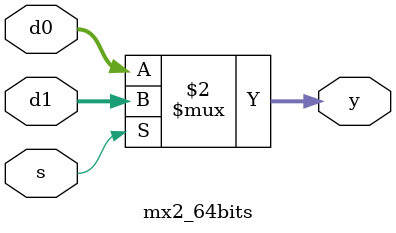
<source format=v>
module mx2_64bits(d0,d1,s,y); // this module makes 64bits 2 to 1 multiplexer
input [63:0] d0,d1; // define 64 bits input d0,d1
input s; // define input s
output [63:0] y; // define 32 bits output y

// y = sbar * d0 + s * d1, sbar means inverse to s
assign y = (s == 0) ? d0 : d1; // so, So, if s is 0, it depends on the value of d0, and if s is 1, the result depends on the value of d1.

endmodule // end of module

</source>
